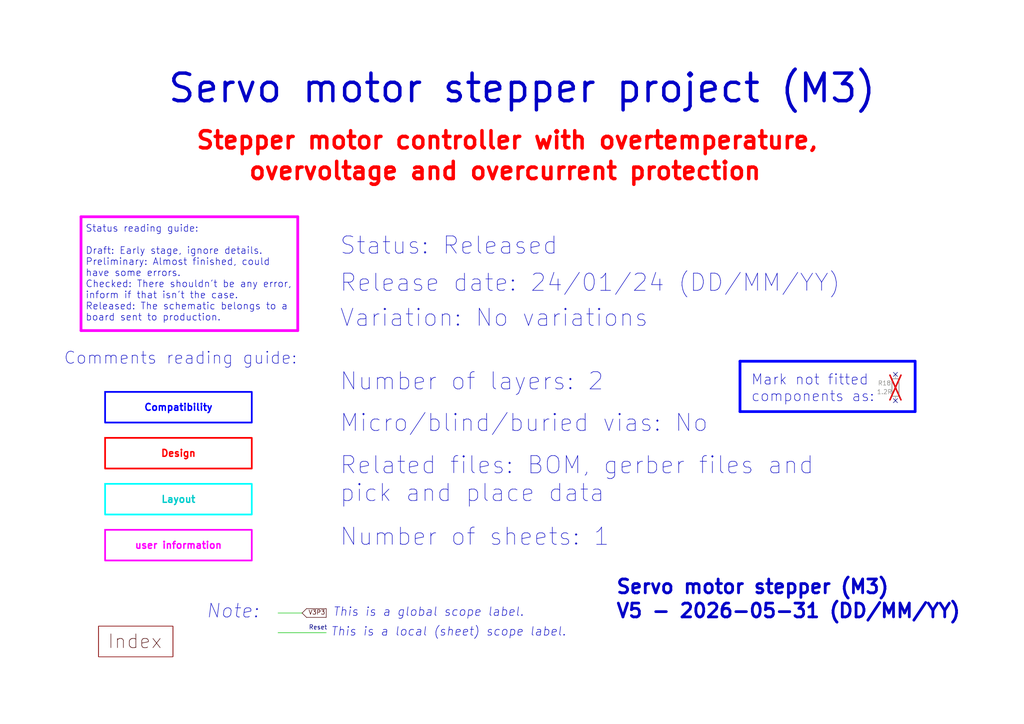
<source format=kicad_sch>
(kicad_sch (version 20230121) (generator eeschema)
  (paper "A4")
  (title_block (title "Servo motor stepper - M3  project") (date "2024-01-24") (rev "V5"))
  (lib_symbols
    (symbol "Device:R" (pin_numbers hide) (pin_names (offset 0))
      (property "Reference" "R" (at 2.032 0 90))
      (property "Value" "R" (at 0 0 90))
      (symbol "R_0_1"
        (rectangle (start -1.016 -2.54) (end 1.016 2.54) (stroke (width 0.254)))
      )
      (symbol "R_1_1"
        (pin passive line (at 0 3.81 270) (length 1.27) (name "~") (number "1"))
        (pin passive line (at 0 -3.81 90) (length 1.27) (name "~") (number "2"))
      )
    )
  )
  (no_connect (at 259.715 108.585))
  (no_connect (at 259.715 116.205))
  (polyline (pts (xy 88.9 176.53) (xy 94.615 176.53)) (stroke (width 0) (color 72 0 0 1)))
  (polyline (pts (xy 214.63 104.775) (xy 265.43 104.775)) (stroke (width 0.8) (type solid) (color 0 0 255 1)))
  (polyline (pts (xy 23.495 95.885) (xy 23.495 62.865)) (stroke (width 0.8) (color 255 0 255 1)))
  (polyline (pts (xy 80.645 177.8) (xy 87.63 177.8)) (stroke (width 0) (color 0 194 0 1)))
  (polyline (pts (xy 87.63 177.8) (xy 88.9 179.07)) (stroke (width 0) (color 72 0 0 1)))
  (polyline (pts (xy 86.36 95.885) (xy 23.495 95.885)) (stroke (width 0.8) (color 255 0 255 1)))
  (polyline (pts (xy 265.43 119.38) (xy 214.63 119.38)) (stroke (width 0.8) (type solid) (color 0 0 255 1)))
  (polyline (pts (xy 265.43 104.775) (xy 265.43 119.38)) (stroke (width 0.8) (type solid) (color 0 0 255 1)))
  (polyline (pts (xy 88.9 179.07) (xy 94.615 179.07)) (stroke (width 0) (color 72 0 0 1)))
  (polyline (pts (xy 23.495 62.865) (xy 86.36 62.865)) (stroke (width 0.8) (color 255 0 255 1)))
  (polyline (pts (xy 80.645 183.515) (xy 94.615 183.515)) (stroke (width 0) (color 0 194 0 1)))
  (polyline (pts (xy 86.36 62.865) (xy 86.36 95.885)) (stroke (width 0.8) (color 255 0 255 1)))
  (polyline (pts (xy 94.615 176.53) (xy 94.615 179.07)) (stroke (width 0) (color 72 0 0 1)))
  (polyline (pts (xy 214.63 119.38) (xy 214.63 104.775)) (stroke (width 0.8) (type solid) (color 0 0 255 1)))
  (polyline (pts (xy 87.63 177.8) (xy 88.9 176.53)) (stroke (width 0) (color 72 0 0 1)))
  (text_box "Design" (at 30.48 127 0) (size 42.545 8.89) (stroke (width 0.5) (color 255 0 0 1)) (effects (font (size 2 2) (thickness 0.4) bold)))
  (text_box "user information" (at 30.48 153.67 0) (size 42.545 8.89) (stroke (width 0.5) (color 255 0 255 1)) (effects (font (size 2 2) (thickness 0.4) bold)))
  (text_box "Compatibility" (at 30.48 113.665 0) (size 42.545 8.89) (stroke (width 0.5) (color 0 0 255 1)) (effects (font (size 2 2) (thickness 0.4) bold)))
  (text_box "Layout" (at 30.48 140.335 0) (size 42.545 8.89) (stroke (width 0.5) (color 0 255 255 1)) (effects (font (size 2 2) (thickness 0.4) bold)))
  (text "Variation: No variations" (at 98.425 95.25 0) (effects (font (size 5 5)) (justify left bottom)))
  (text "${REVISION} - ${CURRENT_DATE} (DD/MM/YY)" (at 178.435 179.705 0) (effects (font (size 4 4) (thickness 0.8) bold) (justify left bottom)))
  (text "Status reading guide:\n\nDraft: Early stage, ignore details.\nPreliminary: Almost finished, could\nhave some errors.\nChecked: There shouldn't be any error,\ninform if that isn't the case.\nReleased: The schematic belongs to a \nboard sent to production." (at 24.765 93.345 0) (effects (font (size 2 2)) (justify left bottom)))
  (text "Servo motor stepper project (M3)" (at 48.26 30.48 0) (effects (font (size 8 8) (thickness 1) bold) (justify left bottom)))
  (text "This is a global scope label." (at 96.52 179.07 0) (effects (font (size 2.5 2.5) italic) (justify left bottom)))
  (text "Micro/blind/buried vias: No" (at 98.425 125.73 0) (effects (font (size 5 5)) (justify left bottom)))
  (text "Status: Released" (at 98.425 74.295 0) (effects (font (size 5 5)) (justify left bottom)))
  (text "Comments reading guide:" (at 18.415 106.045 0) (effects (font (size 3.5 3.5)) (justify left bottom)))
  (text "overvoltage and overcurrent protection" (at 71.755 52.705 0) (effects (font (size 5 5) (thickness 1) bold) (justify left bottom)))
  (text "Reset" (at 89.535 182.88 0) (effects (font (size 1.27 1.27)) (justify left bottom)))
  (text "Note:" (at 59.69 179.705 0) (effects (font (size 4 4) italic) (justify left bottom)))
  (text "Stepper motor controller with overtemperature," (at 56.515 43.815 0) (effects (font (size 5 5) (thickness 1) bold) (justify left bottom)))
  (text "Related files: BOM, gerber files and\npick and place data" (at 98.425 146.05 0) (effects (font (size 5 5)) (justify left bottom)))
  (text "Number of sheets: 1" (at 98.425 158.75 0) (effects (font (size 5 5)) (justify left bottom)))
  (text "This is a local (sheet) scope label." (at 95.885 184.785 0) (effects (font (size 2.5 2.5) italic) (justify left bottom)))
  (text "Index" (at 31.115 188.595 0) (effects (font (size 4 4)) (justify left bottom)))
  (text "Mark not fitted\ncomponents as:" (at 217.805 116.84 0) (effects (font (size 3 3)) (justify left bottom)))
  (text "Number of layers: 2" (at 98.425 113.665 0) (effects (font (size 5 5)) (justify left bottom)))
  (text "Release date: 24/01/24 (DD/MM/YY)" (at 98.425 85.09 0) (effects (font (size 5 5)) (justify left bottom)))
  (text "V3P3" (at 89.408 178.562 0) (effects (font (size 1.27 1.27)) (justify left bottom)))
  (text "Servo motor stepper (M3)" (at 178.435 172.72 0) (effects (font (size 4 4) (thickness 0.8) bold) (justify left bottom)))
  (symbol (lib_id "Device:R") (at 259.715 112.395 0) (unit 1) (in_bom no) (on_board no) (dnp yes)
    (property "Reference" "R18" (at 256.54 111.125 0))
    (property "Value" "1.2R" (at 256.54 113.665 0))
    (property "Footprint" "Resistor_SMD:R_0402_1005Metric" (effects hide))
    (property "Sim.Enable" "0" (effects hide))
  )
  (sheet (at 28.575 181.61) (size 21.59 8.89) (stroke (width 0.1524))
    (property "Sheetname" "index" (effects hide))
    (property "Sheetfile" "index.kicad_sch" (effects hide))
  )
)
</source>
